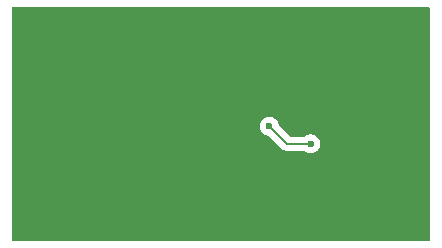
<source format=gbr>
G04 #@! TF.GenerationSoftware,KiCad,Pcbnew,9.0.4*
G04 #@! TF.CreationDate,2025-11-06T19:48:09-05:00*
G04 #@! TF.ProjectId,TC_shuwen,54435f73-6875-4776-956e-2e6b69636164,rev?*
G04 #@! TF.SameCoordinates,Original*
G04 #@! TF.FileFunction,Copper,L2,Bot*
G04 #@! TF.FilePolarity,Positive*
%FSLAX46Y46*%
G04 Gerber Fmt 4.6, Leading zero omitted, Abs format (unit mm)*
G04 Created by KiCad (PCBNEW 9.0.4) date 2025-11-06 19:48:09*
%MOMM*%
%LPD*%
G01*
G04 APERTURE LIST*
G04 #@! TA.AperFunction,ViaPad*
%ADD10C,0.600000*%
G04 #@! TD*
G04 #@! TA.AperFunction,Conductor*
%ADD11C,0.200000*%
G04 #@! TD*
G04 APERTURE END LIST*
D10*
X139813000Y-80335600D03*
X136313000Y-78835600D03*
X139813000Y-82335600D03*
X131313000Y-82335600D03*
X130313000Y-79835600D03*
X136813000Y-75835600D03*
X137813000Y-81335600D03*
D11*
X139813000Y-80335600D02*
X137813000Y-80335600D01*
X137813000Y-80335600D02*
X136313000Y-78835600D01*
G04 #@! TA.AperFunction,Conductor*
G36*
X149859739Y-68746185D02*
G01*
X149905494Y-68798989D01*
X149916700Y-68850500D01*
X149916700Y-88426300D01*
X149897015Y-88493339D01*
X149844211Y-88539094D01*
X149792700Y-88550300D01*
X114621300Y-88550300D01*
X114554261Y-88530615D01*
X114508506Y-88477811D01*
X114497300Y-88426300D01*
X114497300Y-78756753D01*
X135512500Y-78756753D01*
X135512500Y-78914446D01*
X135543261Y-79069089D01*
X135543264Y-79069101D01*
X135603602Y-79214772D01*
X135603609Y-79214785D01*
X135691210Y-79345888D01*
X135691213Y-79345892D01*
X135802707Y-79457386D01*
X135802711Y-79457389D01*
X135933814Y-79544990D01*
X135933827Y-79544997D01*
X136079498Y-79605335D01*
X136079503Y-79605337D01*
X136144147Y-79618195D01*
X136234849Y-79636238D01*
X136296760Y-79668623D01*
X136298339Y-79670174D01*
X137328139Y-80699974D01*
X137328149Y-80699985D01*
X137332479Y-80704315D01*
X137332480Y-80704316D01*
X137444284Y-80816120D01*
X137444286Y-80816121D01*
X137444290Y-80816124D01*
X137581209Y-80895173D01*
X137581216Y-80895177D01*
X137693019Y-80925134D01*
X137733942Y-80936100D01*
X137733943Y-80936100D01*
X139233234Y-80936100D01*
X139300273Y-80955785D01*
X139302125Y-80956998D01*
X139433814Y-81044990D01*
X139433827Y-81044997D01*
X139579498Y-81105335D01*
X139579503Y-81105337D01*
X139734153Y-81136099D01*
X139734156Y-81136100D01*
X139734158Y-81136100D01*
X139891844Y-81136100D01*
X139891845Y-81136099D01*
X140046497Y-81105337D01*
X140192179Y-81044994D01*
X140323289Y-80957389D01*
X140434789Y-80845889D01*
X140522394Y-80714779D01*
X140582737Y-80569097D01*
X140613500Y-80414442D01*
X140613500Y-80256758D01*
X140613500Y-80256755D01*
X140613499Y-80256753D01*
X140582738Y-80102110D01*
X140582737Y-80102103D01*
X140582735Y-80102098D01*
X140522397Y-79956427D01*
X140522390Y-79956414D01*
X140434789Y-79825311D01*
X140434786Y-79825307D01*
X140323292Y-79713813D01*
X140323288Y-79713810D01*
X140192185Y-79626209D01*
X140192172Y-79626202D01*
X140046501Y-79565864D01*
X140046489Y-79565861D01*
X139891845Y-79535100D01*
X139891842Y-79535100D01*
X139734158Y-79535100D01*
X139734155Y-79535100D01*
X139579510Y-79565861D01*
X139579498Y-79565864D01*
X139433827Y-79626202D01*
X139433814Y-79626209D01*
X139302125Y-79714202D01*
X139235447Y-79735080D01*
X139233234Y-79735100D01*
X138113097Y-79735100D01*
X138046058Y-79715415D01*
X138025416Y-79698781D01*
X137147574Y-78820939D01*
X137114089Y-78759616D01*
X137113638Y-78757449D01*
X137082738Y-78602110D01*
X137082737Y-78602103D01*
X137082735Y-78602098D01*
X137022397Y-78456427D01*
X137022390Y-78456414D01*
X136934789Y-78325311D01*
X136934786Y-78325307D01*
X136823292Y-78213813D01*
X136823288Y-78213810D01*
X136692185Y-78126209D01*
X136692172Y-78126202D01*
X136546501Y-78065864D01*
X136546489Y-78065861D01*
X136391845Y-78035100D01*
X136391842Y-78035100D01*
X136234158Y-78035100D01*
X136234155Y-78035100D01*
X136079510Y-78065861D01*
X136079498Y-78065864D01*
X135933827Y-78126202D01*
X135933814Y-78126209D01*
X135802711Y-78213810D01*
X135802707Y-78213813D01*
X135691213Y-78325307D01*
X135691210Y-78325311D01*
X135603609Y-78456414D01*
X135603602Y-78456427D01*
X135543264Y-78602098D01*
X135543261Y-78602110D01*
X135512500Y-78756753D01*
X114497300Y-78756753D01*
X114497300Y-68850500D01*
X114516985Y-68783461D01*
X114569789Y-68737706D01*
X114621300Y-68726500D01*
X149792700Y-68726500D01*
X149859739Y-68746185D01*
G37*
G04 #@! TD.AperFunction*
M02*

</source>
